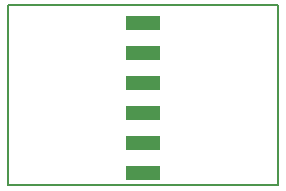
<source format=gbp>
G75*
%MOIN*%
%OFA0B0*%
%FSLAX25Y25*%
%IPPOS*%
%LPD*%
%AMOC8*
5,1,8,0,0,1.08239X$1,22.5*
%
%ADD10C,0.00800*%
%ADD11R,0.11811X0.04921*%
D10*
X0008114Y0006500D02*
X0008114Y0066500D01*
X0098114Y0066500D01*
X0098114Y0006500D01*
X0008114Y0006500D01*
D11*
X0053098Y0010500D03*
X0053098Y0020500D03*
X0053098Y0030500D03*
X0053098Y0040500D03*
X0053098Y0050500D03*
X0053098Y0060500D03*
M02*

</source>
